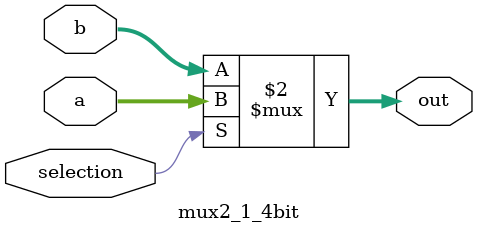
<source format=v>
`timescale 1ns / 1ps
module mux2_1_4bit(
    input [3:0] a,
    input [3:0] b,
    input selection,
    output [3:0] out
    );

	assign out = (selection == 1'b1) ? a : b;

endmodule

</source>
